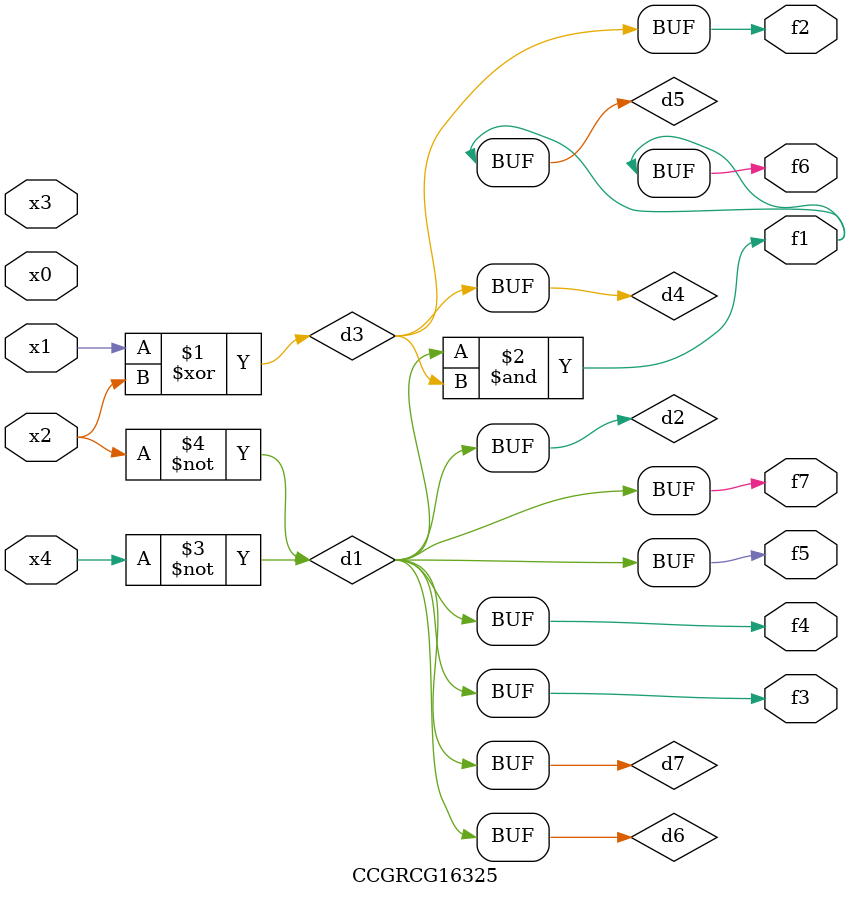
<source format=v>
module CCGRCG16325(
	input x0, x1, x2, x3, x4,
	output f1, f2, f3, f4, f5, f6, f7
);

	wire d1, d2, d3, d4, d5, d6, d7;

	not (d1, x4);
	not (d2, x2);
	xor (d3, x1, x2);
	buf (d4, d3);
	and (d5, d1, d3);
	buf (d6, d1, d2);
	buf (d7, d2);
	assign f1 = d5;
	assign f2 = d4;
	assign f3 = d7;
	assign f4 = d7;
	assign f5 = d7;
	assign f6 = d5;
	assign f7 = d7;
endmodule

</source>
